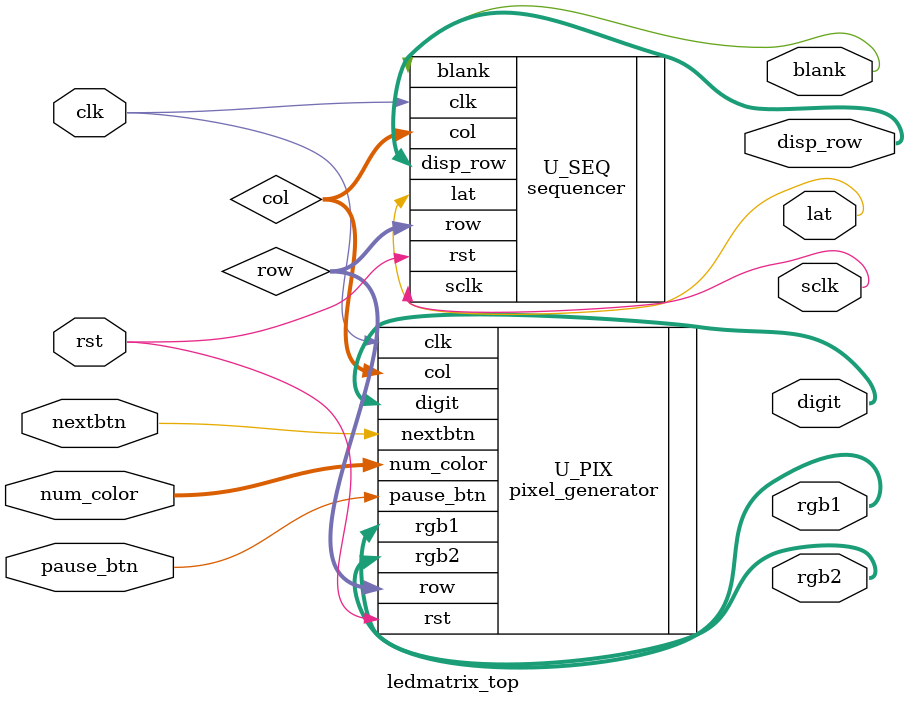
<source format=sv>
module ledmatrix_top (input logic        clk, rst, nextbtn, pause_btn,
                      input logic [2:0]  num_color,
                      output logic       sclk, blank, lat,
                      output logic [2:0] disp_row, rgb1, rgb2,
                      output logic [3:0] digit);

   logic [2:0] row;
   logic [7:0] col;

   
   sequencer U_SEQ(.clk, .rst, .row, .disp_row, .col, .sclk, .blank, .lat);

   pixel_generator U_PIX(.clk, .rst, .nextbtn, .pause_btn(pause_btn), .num_color, .col, .row, .rgb1, .rgb2, .digit);
   
endmodule // ledmatrix_top

</source>
